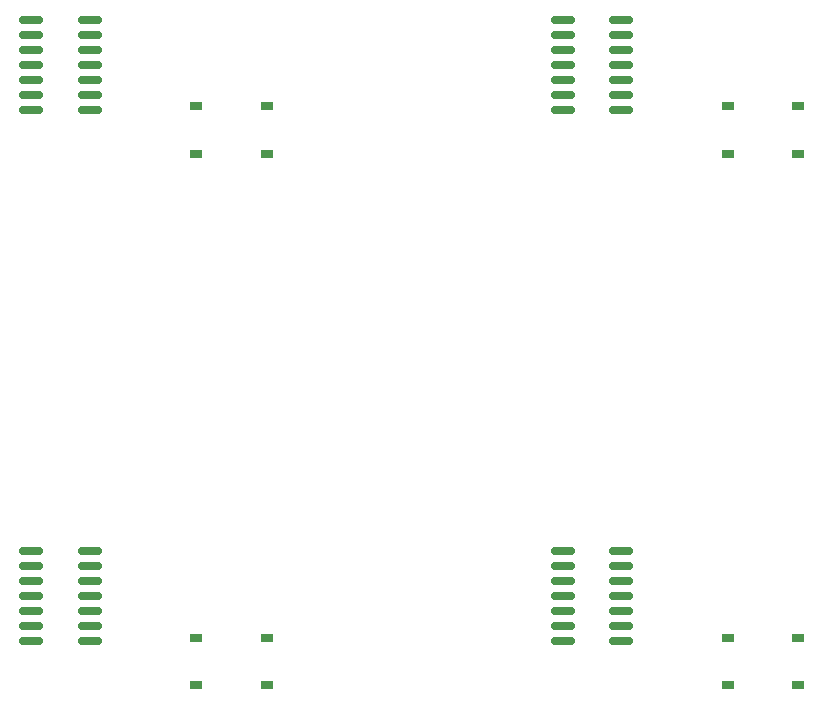
<source format=gbr>
%TF.GenerationSoftware,KiCad,Pcbnew,7.0.1*%
%TF.CreationDate,2023-09-10T14:17:04+09:00*%
%TF.ProjectId,logic_block,6c6f6769-635f-4626-9c6f-636b2e6b6963,rev?*%
%TF.SameCoordinates,Original*%
%TF.FileFunction,Paste,Bot*%
%TF.FilePolarity,Positive*%
%FSLAX46Y46*%
G04 Gerber Fmt 4.6, Leading zero omitted, Abs format (unit mm)*
G04 Created by KiCad (PCBNEW 7.0.1) date 2023-09-10 14:17:04*
%MOMM*%
%LPD*%
G01*
G04 APERTURE LIST*
G04 Aperture macros list*
%AMRoundRect*
0 Rectangle with rounded corners*
0 $1 Rounding radius*
0 $2 $3 $4 $5 $6 $7 $8 $9 X,Y pos of 4 corners*
0 Add a 4 corners polygon primitive as box body*
4,1,4,$2,$3,$4,$5,$6,$7,$8,$9,$2,$3,0*
0 Add four circle primitives for the rounded corners*
1,1,$1+$1,$2,$3*
1,1,$1+$1,$4,$5*
1,1,$1+$1,$6,$7*
1,1,$1+$1,$8,$9*
0 Add four rect primitives between the rounded corners*
20,1,$1+$1,$2,$3,$4,$5,0*
20,1,$1+$1,$4,$5,$6,$7,0*
20,1,$1+$1,$6,$7,$8,$9,0*
20,1,$1+$1,$8,$9,$2,$3,0*%
G04 Aperture macros list end*
%ADD10R,1.000000X0.700000*%
%ADD11RoundRect,0.150000X0.825000X0.150000X-0.825000X0.150000X-0.825000X-0.150000X0.825000X-0.150000X0*%
G04 APERTURE END LIST*
D10*
%TO.C,D309*%
X176750000Y-72540000D03*
X176750000Y-76540000D03*
X170800000Y-76540000D03*
X170800000Y-72540000D03*
%TD*%
D11*
%TO.C,U301*%
X161750000Y-65230000D03*
X161750000Y-66500000D03*
X161750000Y-67770000D03*
X161750000Y-69040000D03*
X161750000Y-70310000D03*
X161750000Y-71580000D03*
X161750000Y-72850000D03*
X156800000Y-72850000D03*
X156800000Y-71580000D03*
X156800000Y-70310000D03*
X156800000Y-69040000D03*
X156800000Y-67770000D03*
X156800000Y-66500000D03*
X156800000Y-65230000D03*
%TD*%
D10*
%TO.C,D309*%
X176750000Y-117540000D03*
X176750000Y-121540000D03*
X170800000Y-121540000D03*
X170800000Y-117540000D03*
%TD*%
D11*
%TO.C,U301*%
X161750000Y-110230000D03*
X161750000Y-111500000D03*
X161750000Y-112770000D03*
X161750000Y-114040000D03*
X161750000Y-115310000D03*
X161750000Y-116580000D03*
X161750000Y-117850000D03*
X156800000Y-117850000D03*
X156800000Y-116580000D03*
X156800000Y-115310000D03*
X156800000Y-114040000D03*
X156800000Y-112770000D03*
X156800000Y-111500000D03*
X156800000Y-110230000D03*
%TD*%
D10*
%TO.C,D309*%
X131750000Y-117540000D03*
X131750000Y-121540000D03*
X125800000Y-121540000D03*
X125800000Y-117540000D03*
%TD*%
D11*
%TO.C,U301*%
X116750000Y-110230000D03*
X116750000Y-111500000D03*
X116750000Y-112770000D03*
X116750000Y-114040000D03*
X116750000Y-115310000D03*
X116750000Y-116580000D03*
X116750000Y-117850000D03*
X111800000Y-117850000D03*
X111800000Y-116580000D03*
X111800000Y-115310000D03*
X111800000Y-114040000D03*
X111800000Y-112770000D03*
X111800000Y-111500000D03*
X111800000Y-110230000D03*
%TD*%
D10*
%TO.C,D309*%
X131750000Y-72540000D03*
X131750000Y-76540000D03*
X125800000Y-76540000D03*
X125800000Y-72540000D03*
%TD*%
D11*
%TO.C,U301*%
X116750000Y-65230000D03*
X116750000Y-66500000D03*
X116750000Y-67770000D03*
X116750000Y-69040000D03*
X116750000Y-70310000D03*
X116750000Y-71580000D03*
X116750000Y-72850000D03*
X111800000Y-72850000D03*
X111800000Y-71580000D03*
X111800000Y-70310000D03*
X111800000Y-69040000D03*
X111800000Y-67770000D03*
X111800000Y-66500000D03*
X111800000Y-65230000D03*
%TD*%
M02*

</source>
